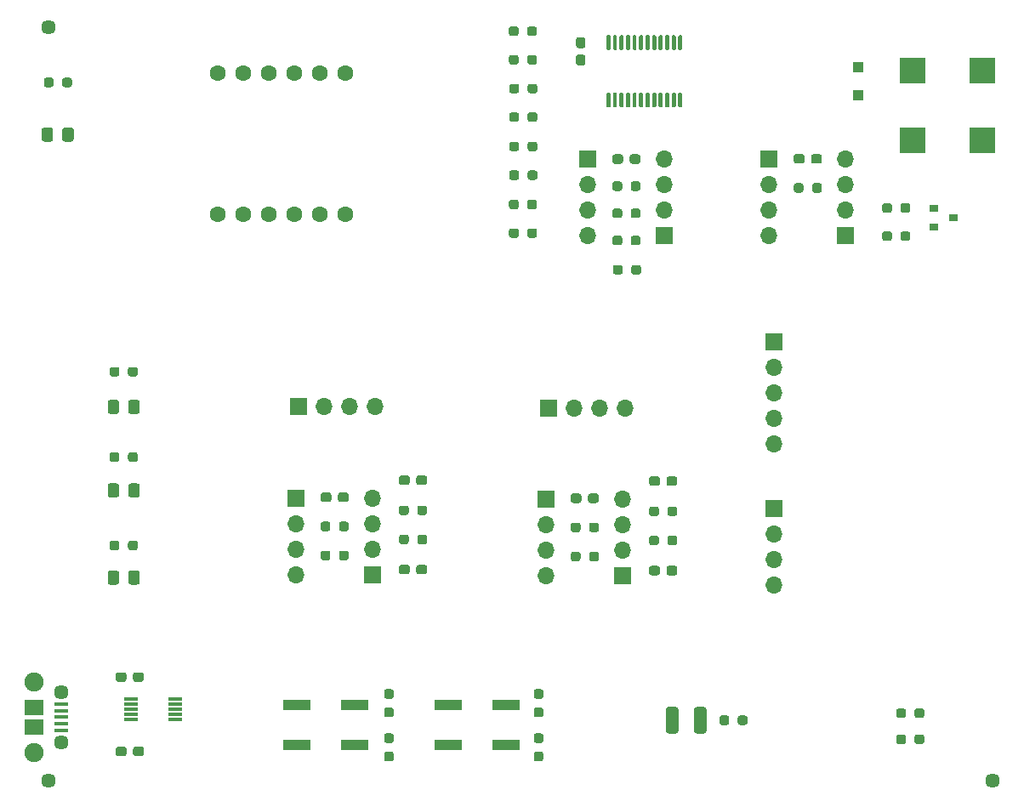
<source format=gbr>
%TF.GenerationSoftware,KiCad,Pcbnew,(5.1.9-0-10_14)*%
%TF.CreationDate,2021-03-10T21:41:09+01:00*%
%TF.ProjectId,MC5000_Board,4d433530-3030-45f4-926f-6172642e6b69,rev?*%
%TF.SameCoordinates,Original*%
%TF.FileFunction,Soldermask,Top*%
%TF.FilePolarity,Negative*%
%FSLAX46Y46*%
G04 Gerber Fmt 4.6, Leading zero omitted, Abs format (unit mm)*
G04 Created by KiCad (PCBNEW (5.1.9-0-10_14)) date 2021-03-10 21:41:09*
%MOMM*%
%LPD*%
G01*
G04 APERTURE LIST*
%ADD10R,0.900000X0.800000*%
%ADD11C,1.448000*%
%ADD12R,1.400000X0.300000*%
%ADD13C,1.600000*%
%ADD14O,1.700000X1.700000*%
%ADD15R,1.700000X1.700000*%
%ADD16R,2.800000X1.000000*%
%ADD17R,1.100000X1.100000*%
%ADD18R,2.500000X2.500000*%
%ADD19C,1.900000*%
%ADD20R,1.900000X1.500000*%
%ADD21C,1.450000*%
%ADD22R,1.350000X0.400000*%
G04 APERTURE END LIST*
D10*
%TO.C,Q1*%
X143130000Y-61950000D03*
X141130000Y-62900000D03*
X141130000Y-61000000D03*
%TD*%
D11*
%TO.C,REF\u002A\u002A*%
X53000000Y-43000000D03*
%TD*%
%TO.C,REF\u002A\u002A*%
X147000000Y-118000000D03*
%TD*%
%TO.C,REF\u002A\u002A*%
X53000000Y-118000000D03*
%TD*%
D12*
%TO.C,U5*%
X61200000Y-111900000D03*
X61200000Y-111400000D03*
X61200000Y-110900000D03*
X61200000Y-110400000D03*
X61200000Y-109900000D03*
X65600000Y-109900000D03*
X65600000Y-110400000D03*
X65600000Y-110900000D03*
X65600000Y-111400000D03*
X65600000Y-111900000D03*
%TD*%
D13*
%TO.C,DS1*%
X82600000Y-61600000D03*
X80060000Y-61600000D03*
X77520000Y-61600000D03*
X74980000Y-61600000D03*
X72440000Y-61600000D03*
X69900000Y-61600000D03*
X82600000Y-47600000D03*
X80060000Y-47600000D03*
X77520000Y-47600000D03*
X74980000Y-47600000D03*
X72440000Y-47600000D03*
X69900000Y-47600000D03*
%TD*%
%TO.C,R27*%
G36*
G01*
X111025000Y-67387500D02*
X111025000Y-66912500D01*
G75*
G02*
X111262500Y-66675000I237500J0D01*
G01*
X111762500Y-66675000D01*
G75*
G02*
X112000000Y-66912500I0J-237500D01*
G01*
X112000000Y-67387500D01*
G75*
G02*
X111762500Y-67625000I-237500J0D01*
G01*
X111262500Y-67625000D01*
G75*
G02*
X111025000Y-67387500I0J237500D01*
G01*
G37*
G36*
G01*
X109200000Y-67387500D02*
X109200000Y-66912500D01*
G75*
G02*
X109437500Y-66675000I237500J0D01*
G01*
X109937500Y-66675000D01*
G75*
G02*
X110175000Y-66912500I0J-237500D01*
G01*
X110175000Y-67387500D01*
G75*
G02*
X109937500Y-67625000I-237500J0D01*
G01*
X109437500Y-67625000D01*
G75*
G02*
X109200000Y-67387500I0J237500D01*
G01*
G37*
%TD*%
%TO.C,R12*%
G36*
G01*
X129025000Y-59237500D02*
X129025000Y-58762500D01*
G75*
G02*
X129262500Y-58525000I237500J0D01*
G01*
X129762500Y-58525000D01*
G75*
G02*
X130000000Y-58762500I0J-237500D01*
G01*
X130000000Y-59237500D01*
G75*
G02*
X129762500Y-59475000I-237500J0D01*
G01*
X129262500Y-59475000D01*
G75*
G02*
X129025000Y-59237500I0J237500D01*
G01*
G37*
G36*
G01*
X127200000Y-59237500D02*
X127200000Y-58762500D01*
G75*
G02*
X127437500Y-58525000I237500J0D01*
G01*
X127937500Y-58525000D01*
G75*
G02*
X128175000Y-58762500I0J-237500D01*
G01*
X128175000Y-59237500D01*
G75*
G02*
X127937500Y-59475000I-237500J0D01*
G01*
X127437500Y-59475000D01*
G75*
G02*
X127200000Y-59237500I0J237500D01*
G01*
G37*
%TD*%
D14*
%TO.C,J25*%
X125200000Y-84460000D03*
X125200000Y-81920000D03*
X125200000Y-79380000D03*
X125200000Y-76840000D03*
D15*
X125200000Y-74300000D03*
%TD*%
D14*
%TO.C,J24*%
X125250000Y-98520000D03*
X125250000Y-95980000D03*
X125250000Y-93440000D03*
D15*
X125250000Y-90900000D03*
%TD*%
%TO.C,R26*%
G36*
G01*
X120775000Y-111762500D02*
X120775000Y-112237500D01*
G75*
G02*
X120537500Y-112475000I-237500J0D01*
G01*
X120037500Y-112475000D01*
G75*
G02*
X119800000Y-112237500I0J237500D01*
G01*
X119800000Y-111762500D01*
G75*
G02*
X120037500Y-111525000I237500J0D01*
G01*
X120537500Y-111525000D01*
G75*
G02*
X120775000Y-111762500I0J-237500D01*
G01*
G37*
G36*
G01*
X122600000Y-111762500D02*
X122600000Y-112237500D01*
G75*
G02*
X122362500Y-112475000I-237500J0D01*
G01*
X121862500Y-112475000D01*
G75*
G02*
X121625000Y-112237500I0J237500D01*
G01*
X121625000Y-111762500D01*
G75*
G02*
X121862500Y-111525000I237500J0D01*
G01*
X122362500Y-111525000D01*
G75*
G02*
X122600000Y-111762500I0J-237500D01*
G01*
G37*
%TD*%
%TO.C,R24*%
G36*
G01*
X139225000Y-114137500D02*
X139225000Y-113662500D01*
G75*
G02*
X139462500Y-113425000I237500J0D01*
G01*
X139962500Y-113425000D01*
G75*
G02*
X140200000Y-113662500I0J-237500D01*
G01*
X140200000Y-114137500D01*
G75*
G02*
X139962500Y-114375000I-237500J0D01*
G01*
X139462500Y-114375000D01*
G75*
G02*
X139225000Y-114137500I0J237500D01*
G01*
G37*
G36*
G01*
X137400000Y-114137500D02*
X137400000Y-113662500D01*
G75*
G02*
X137637500Y-113425000I237500J0D01*
G01*
X138137500Y-113425000D01*
G75*
G02*
X138375000Y-113662500I0J-237500D01*
G01*
X138375000Y-114137500D01*
G75*
G02*
X138137500Y-114375000I-237500J0D01*
G01*
X137637500Y-114375000D01*
G75*
G02*
X137400000Y-114137500I0J237500D01*
G01*
G37*
%TD*%
%TO.C,R23*%
G36*
G01*
X138375000Y-111062500D02*
X138375000Y-111537500D01*
G75*
G02*
X138137500Y-111775000I-237500J0D01*
G01*
X137637500Y-111775000D01*
G75*
G02*
X137400000Y-111537500I0J237500D01*
G01*
X137400000Y-111062500D01*
G75*
G02*
X137637500Y-110825000I237500J0D01*
G01*
X138137500Y-110825000D01*
G75*
G02*
X138375000Y-111062500I0J-237500D01*
G01*
G37*
G36*
G01*
X140200000Y-111062500D02*
X140200000Y-111537500D01*
G75*
G02*
X139962500Y-111775000I-237500J0D01*
G01*
X139462500Y-111775000D01*
G75*
G02*
X139225000Y-111537500I0J237500D01*
G01*
X139225000Y-111062500D01*
G75*
G02*
X139462500Y-110825000I237500J0D01*
G01*
X139962500Y-110825000D01*
G75*
G02*
X140200000Y-111062500I0J-237500D01*
G01*
G37*
%TD*%
%TO.C,D6*%
G36*
G01*
X115725000Y-110925000D02*
X115725000Y-113075000D01*
G75*
G02*
X115475000Y-113325000I-250000J0D01*
G01*
X114725000Y-113325000D01*
G75*
G02*
X114475000Y-113075000I0J250000D01*
G01*
X114475000Y-110925000D01*
G75*
G02*
X114725000Y-110675000I250000J0D01*
G01*
X115475000Y-110675000D01*
G75*
G02*
X115725000Y-110925000I0J-250000D01*
G01*
G37*
G36*
G01*
X118525000Y-110925000D02*
X118525000Y-113075000D01*
G75*
G02*
X118275000Y-113325000I-250000J0D01*
G01*
X117525000Y-113325000D01*
G75*
G02*
X117275000Y-113075000I0J250000D01*
G01*
X117275000Y-110925000D01*
G75*
G02*
X117525000Y-110675000I250000J0D01*
G01*
X118275000Y-110675000D01*
G75*
G02*
X118525000Y-110925000I0J-250000D01*
G01*
G37*
%TD*%
%TO.C,R31*%
G36*
G01*
X60925000Y-94837500D02*
X60925000Y-94362500D01*
G75*
G02*
X61162500Y-94125000I237500J0D01*
G01*
X61662500Y-94125000D01*
G75*
G02*
X61900000Y-94362500I0J-237500D01*
G01*
X61900000Y-94837500D01*
G75*
G02*
X61662500Y-95075000I-237500J0D01*
G01*
X61162500Y-95075000D01*
G75*
G02*
X60925000Y-94837500I0J237500D01*
G01*
G37*
G36*
G01*
X59100000Y-94837500D02*
X59100000Y-94362500D01*
G75*
G02*
X59337500Y-94125000I237500J0D01*
G01*
X59837500Y-94125000D01*
G75*
G02*
X60075000Y-94362500I0J-237500D01*
G01*
X60075000Y-94837500D01*
G75*
G02*
X59837500Y-95075000I-237500J0D01*
G01*
X59337500Y-95075000D01*
G75*
G02*
X59100000Y-94837500I0J237500D01*
G01*
G37*
%TD*%
%TO.C,R28*%
G36*
G01*
X60925000Y-86037500D02*
X60925000Y-85562500D01*
G75*
G02*
X61162500Y-85325000I237500J0D01*
G01*
X61662500Y-85325000D01*
G75*
G02*
X61900000Y-85562500I0J-237500D01*
G01*
X61900000Y-86037500D01*
G75*
G02*
X61662500Y-86275000I-237500J0D01*
G01*
X61162500Y-86275000D01*
G75*
G02*
X60925000Y-86037500I0J237500D01*
G01*
G37*
G36*
G01*
X59100000Y-86037500D02*
X59100000Y-85562500D01*
G75*
G02*
X59337500Y-85325000I237500J0D01*
G01*
X59837500Y-85325000D01*
G75*
G02*
X60075000Y-85562500I0J-237500D01*
G01*
X60075000Y-86037500D01*
G75*
G02*
X59837500Y-86275000I-237500J0D01*
G01*
X59337500Y-86275000D01*
G75*
G02*
X59100000Y-86037500I0J237500D01*
G01*
G37*
%TD*%
%TO.C,R25*%
G36*
G01*
X60925000Y-77537500D02*
X60925000Y-77062500D01*
G75*
G02*
X61162500Y-76825000I237500J0D01*
G01*
X61662500Y-76825000D01*
G75*
G02*
X61900000Y-77062500I0J-237500D01*
G01*
X61900000Y-77537500D01*
G75*
G02*
X61662500Y-77775000I-237500J0D01*
G01*
X61162500Y-77775000D01*
G75*
G02*
X60925000Y-77537500I0J237500D01*
G01*
G37*
G36*
G01*
X59100000Y-77537500D02*
X59100000Y-77062500D01*
G75*
G02*
X59337500Y-76825000I237500J0D01*
G01*
X59837500Y-76825000D01*
G75*
G02*
X60075000Y-77062500I0J-237500D01*
G01*
X60075000Y-77537500D01*
G75*
G02*
X59837500Y-77775000I-237500J0D01*
G01*
X59337500Y-77775000D01*
G75*
G02*
X59100000Y-77537500I0J237500D01*
G01*
G37*
%TD*%
%TO.C,R22*%
G36*
G01*
X137825000Y-61237500D02*
X137825000Y-60762500D01*
G75*
G02*
X138062500Y-60525000I237500J0D01*
G01*
X138562500Y-60525000D01*
G75*
G02*
X138800000Y-60762500I0J-237500D01*
G01*
X138800000Y-61237500D01*
G75*
G02*
X138562500Y-61475000I-237500J0D01*
G01*
X138062500Y-61475000D01*
G75*
G02*
X137825000Y-61237500I0J237500D01*
G01*
G37*
G36*
G01*
X136000000Y-61237500D02*
X136000000Y-60762500D01*
G75*
G02*
X136237500Y-60525000I237500J0D01*
G01*
X136737500Y-60525000D01*
G75*
G02*
X136975000Y-60762500I0J-237500D01*
G01*
X136975000Y-61237500D01*
G75*
G02*
X136737500Y-61475000I-237500J0D01*
G01*
X136237500Y-61475000D01*
G75*
G02*
X136000000Y-61237500I0J237500D01*
G01*
G37*
%TD*%
%TO.C,R21*%
G36*
G01*
X136975000Y-63562500D02*
X136975000Y-64037500D01*
G75*
G02*
X136737500Y-64275000I-237500J0D01*
G01*
X136237500Y-64275000D01*
G75*
G02*
X136000000Y-64037500I0J237500D01*
G01*
X136000000Y-63562500D01*
G75*
G02*
X136237500Y-63325000I237500J0D01*
G01*
X136737500Y-63325000D01*
G75*
G02*
X136975000Y-63562500I0J-237500D01*
G01*
G37*
G36*
G01*
X138800000Y-63562500D02*
X138800000Y-64037500D01*
G75*
G02*
X138562500Y-64275000I-237500J0D01*
G01*
X138062500Y-64275000D01*
G75*
G02*
X137825000Y-64037500I0J237500D01*
G01*
X137825000Y-63562500D01*
G75*
G02*
X138062500Y-63325000I237500J0D01*
G01*
X138562500Y-63325000D01*
G75*
G02*
X138800000Y-63562500I0J-237500D01*
G01*
G37*
%TD*%
D16*
%TO.C,SW2*%
X98600000Y-114500000D03*
X92800000Y-114500000D03*
X98600000Y-110500000D03*
X92800000Y-110500000D03*
%TD*%
%TO.C,R35*%
G36*
G01*
X101562500Y-110725000D02*
X102037500Y-110725000D01*
G75*
G02*
X102275000Y-110962500I0J-237500D01*
G01*
X102275000Y-111462500D01*
G75*
G02*
X102037500Y-111700000I-237500J0D01*
G01*
X101562500Y-111700000D01*
G75*
G02*
X101325000Y-111462500I0J237500D01*
G01*
X101325000Y-110962500D01*
G75*
G02*
X101562500Y-110725000I237500J0D01*
G01*
G37*
G36*
G01*
X101562500Y-108900000D02*
X102037500Y-108900000D01*
G75*
G02*
X102275000Y-109137500I0J-237500D01*
G01*
X102275000Y-109637500D01*
G75*
G02*
X102037500Y-109875000I-237500J0D01*
G01*
X101562500Y-109875000D01*
G75*
G02*
X101325000Y-109637500I0J237500D01*
G01*
X101325000Y-109137500D01*
G75*
G02*
X101562500Y-108900000I237500J0D01*
G01*
G37*
%TD*%
%TO.C,R34*%
G36*
G01*
X102037500Y-114275000D02*
X101562500Y-114275000D01*
G75*
G02*
X101325000Y-114037500I0J237500D01*
G01*
X101325000Y-113537500D01*
G75*
G02*
X101562500Y-113300000I237500J0D01*
G01*
X102037500Y-113300000D01*
G75*
G02*
X102275000Y-113537500I0J-237500D01*
G01*
X102275000Y-114037500D01*
G75*
G02*
X102037500Y-114275000I-237500J0D01*
G01*
G37*
G36*
G01*
X102037500Y-116100000D02*
X101562500Y-116100000D01*
G75*
G02*
X101325000Y-115862500I0J237500D01*
G01*
X101325000Y-115362500D01*
G75*
G02*
X101562500Y-115125000I237500J0D01*
G01*
X102037500Y-115125000D01*
G75*
G02*
X102275000Y-115362500I0J-237500D01*
G01*
X102275000Y-115862500D01*
G75*
G02*
X102037500Y-116100000I-237500J0D01*
G01*
G37*
%TD*%
%TO.C,R33*%
G36*
G01*
X86662500Y-110725000D02*
X87137500Y-110725000D01*
G75*
G02*
X87375000Y-110962500I0J-237500D01*
G01*
X87375000Y-111462500D01*
G75*
G02*
X87137500Y-111700000I-237500J0D01*
G01*
X86662500Y-111700000D01*
G75*
G02*
X86425000Y-111462500I0J237500D01*
G01*
X86425000Y-110962500D01*
G75*
G02*
X86662500Y-110725000I237500J0D01*
G01*
G37*
G36*
G01*
X86662500Y-108900000D02*
X87137500Y-108900000D01*
G75*
G02*
X87375000Y-109137500I0J-237500D01*
G01*
X87375000Y-109637500D01*
G75*
G02*
X87137500Y-109875000I-237500J0D01*
G01*
X86662500Y-109875000D01*
G75*
G02*
X86425000Y-109637500I0J237500D01*
G01*
X86425000Y-109137500D01*
G75*
G02*
X86662500Y-108900000I237500J0D01*
G01*
G37*
%TD*%
%TO.C,R32*%
G36*
G01*
X87137500Y-114275000D02*
X86662500Y-114275000D01*
G75*
G02*
X86425000Y-114037500I0J237500D01*
G01*
X86425000Y-113537500D01*
G75*
G02*
X86662500Y-113300000I237500J0D01*
G01*
X87137500Y-113300000D01*
G75*
G02*
X87375000Y-113537500I0J-237500D01*
G01*
X87375000Y-114037500D01*
G75*
G02*
X87137500Y-114275000I-237500J0D01*
G01*
G37*
G36*
G01*
X87137500Y-116100000D02*
X86662500Y-116100000D01*
G75*
G02*
X86425000Y-115862500I0J237500D01*
G01*
X86425000Y-115362500D01*
G75*
G02*
X86662500Y-115125000I237500J0D01*
G01*
X87137500Y-115125000D01*
G75*
G02*
X87375000Y-115362500I0J-237500D01*
G01*
X87375000Y-115862500D01*
G75*
G02*
X87137500Y-116100000I-237500J0D01*
G01*
G37*
%TD*%
%TO.C,SW1*%
X83500000Y-114500000D03*
X77700000Y-114500000D03*
X83500000Y-110500000D03*
X77700000Y-110500000D03*
%TD*%
D17*
%TO.C,D2*%
X133600000Y-49800000D03*
X133600000Y-47000000D03*
%TD*%
%TO.C,D5*%
G36*
G01*
X60950000Y-98250001D02*
X60950000Y-97349999D01*
G75*
G02*
X61199999Y-97100000I249999J0D01*
G01*
X61850001Y-97100000D01*
G75*
G02*
X62100000Y-97349999I0J-249999D01*
G01*
X62100000Y-98250001D01*
G75*
G02*
X61850001Y-98500000I-249999J0D01*
G01*
X61199999Y-98500000D01*
G75*
G02*
X60950000Y-98250001I0J249999D01*
G01*
G37*
G36*
G01*
X58900000Y-98250001D02*
X58900000Y-97349999D01*
G75*
G02*
X59149999Y-97100000I249999J0D01*
G01*
X59800001Y-97100000D01*
G75*
G02*
X60050000Y-97349999I0J-249999D01*
G01*
X60050000Y-98250001D01*
G75*
G02*
X59800001Y-98500000I-249999J0D01*
G01*
X59149999Y-98500000D01*
G75*
G02*
X58900000Y-98250001I0J249999D01*
G01*
G37*
%TD*%
%TO.C,D4*%
G36*
G01*
X60950000Y-89570001D02*
X60950000Y-88669999D01*
G75*
G02*
X61199999Y-88420000I249999J0D01*
G01*
X61850001Y-88420000D01*
G75*
G02*
X62100000Y-88669999I0J-249999D01*
G01*
X62100000Y-89570001D01*
G75*
G02*
X61850001Y-89820000I-249999J0D01*
G01*
X61199999Y-89820000D01*
G75*
G02*
X60950000Y-89570001I0J249999D01*
G01*
G37*
G36*
G01*
X58900000Y-89570001D02*
X58900000Y-88669999D01*
G75*
G02*
X59149999Y-88420000I249999J0D01*
G01*
X59800001Y-88420000D01*
G75*
G02*
X60050000Y-88669999I0J-249999D01*
G01*
X60050000Y-89570001D01*
G75*
G02*
X59800001Y-89820000I-249999J0D01*
G01*
X59149999Y-89820000D01*
G75*
G02*
X58900000Y-89570001I0J249999D01*
G01*
G37*
%TD*%
%TO.C,D3*%
G36*
G01*
X60950000Y-81250001D02*
X60950000Y-80349999D01*
G75*
G02*
X61199999Y-80100000I249999J0D01*
G01*
X61850001Y-80100000D01*
G75*
G02*
X62100000Y-80349999I0J-249999D01*
G01*
X62100000Y-81250001D01*
G75*
G02*
X61850001Y-81500000I-249999J0D01*
G01*
X61199999Y-81500000D01*
G75*
G02*
X60950000Y-81250001I0J249999D01*
G01*
G37*
G36*
G01*
X58900000Y-81250001D02*
X58900000Y-80349999D01*
G75*
G02*
X59149999Y-80100000I249999J0D01*
G01*
X59800001Y-80100000D01*
G75*
G02*
X60050000Y-80349999I0J-249999D01*
G01*
X60050000Y-81250001D01*
G75*
G02*
X59800001Y-81500000I-249999J0D01*
G01*
X59149999Y-81500000D01*
G75*
G02*
X58900000Y-81250001I0J249999D01*
G01*
G37*
%TD*%
D14*
%TO.C,J23*%
X132310000Y-56160000D03*
X132310000Y-58700000D03*
X132310000Y-61240000D03*
D15*
X132310000Y-63780000D03*
%TD*%
D14*
%TO.C,J22*%
X124700000Y-63780000D03*
X124700000Y-61240000D03*
X124700000Y-58700000D03*
D15*
X124700000Y-56160000D03*
%TD*%
%TO.C,C11*%
G36*
G01*
X128275000Y-55862500D02*
X128275000Y-56337500D01*
G75*
G02*
X128037500Y-56575000I-237500J0D01*
G01*
X127437500Y-56575000D01*
G75*
G02*
X127200000Y-56337500I0J237500D01*
G01*
X127200000Y-55862500D01*
G75*
G02*
X127437500Y-55625000I237500J0D01*
G01*
X128037500Y-55625000D01*
G75*
G02*
X128275000Y-55862500I0J-237500D01*
G01*
G37*
G36*
G01*
X130000000Y-55862500D02*
X130000000Y-56337500D01*
G75*
G02*
X129762500Y-56575000I-237500J0D01*
G01*
X129162500Y-56575000D01*
G75*
G02*
X128925000Y-56337500I0J237500D01*
G01*
X128925000Y-55862500D01*
G75*
G02*
X129162500Y-55625000I237500J0D01*
G01*
X129762500Y-55625000D01*
G75*
G02*
X130000000Y-55862500I0J-237500D01*
G01*
G37*
%TD*%
D18*
%TO.C,BZ1*%
X139000000Y-47300000D03*
X139000000Y-54300000D03*
X146000000Y-54300000D03*
X146000000Y-47300000D03*
%TD*%
%TO.C,R20*%
G36*
G01*
X113775000Y-93862500D02*
X113775000Y-94337500D01*
G75*
G02*
X113537500Y-94575000I-237500J0D01*
G01*
X113037500Y-94575000D01*
G75*
G02*
X112800000Y-94337500I0J237500D01*
G01*
X112800000Y-93862500D01*
G75*
G02*
X113037500Y-93625000I237500J0D01*
G01*
X113537500Y-93625000D01*
G75*
G02*
X113775000Y-93862500I0J-237500D01*
G01*
G37*
G36*
G01*
X115600000Y-93862500D02*
X115600000Y-94337500D01*
G75*
G02*
X115362500Y-94575000I-237500J0D01*
G01*
X114862500Y-94575000D01*
G75*
G02*
X114625000Y-94337500I0J237500D01*
G01*
X114625000Y-93862500D01*
G75*
G02*
X114862500Y-93625000I237500J0D01*
G01*
X115362500Y-93625000D01*
G75*
G02*
X115600000Y-93862500I0J-237500D01*
G01*
G37*
%TD*%
%TO.C,R19*%
G36*
G01*
X114625000Y-91437500D02*
X114625000Y-90962500D01*
G75*
G02*
X114862500Y-90725000I237500J0D01*
G01*
X115362500Y-90725000D01*
G75*
G02*
X115600000Y-90962500I0J-237500D01*
G01*
X115600000Y-91437500D01*
G75*
G02*
X115362500Y-91675000I-237500J0D01*
G01*
X114862500Y-91675000D01*
G75*
G02*
X114625000Y-91437500I0J237500D01*
G01*
G37*
G36*
G01*
X112800000Y-91437500D02*
X112800000Y-90962500D01*
G75*
G02*
X113037500Y-90725000I237500J0D01*
G01*
X113537500Y-90725000D01*
G75*
G02*
X113775000Y-90962500I0J-237500D01*
G01*
X113775000Y-91437500D01*
G75*
G02*
X113537500Y-91675000I-237500J0D01*
G01*
X113037500Y-91675000D01*
G75*
G02*
X112800000Y-91437500I0J237500D01*
G01*
G37*
%TD*%
%TO.C,R18*%
G36*
G01*
X105975000Y-92562500D02*
X105975000Y-93037500D01*
G75*
G02*
X105737500Y-93275000I-237500J0D01*
G01*
X105237500Y-93275000D01*
G75*
G02*
X105000000Y-93037500I0J237500D01*
G01*
X105000000Y-92562500D01*
G75*
G02*
X105237500Y-92325000I237500J0D01*
G01*
X105737500Y-92325000D01*
G75*
G02*
X105975000Y-92562500I0J-237500D01*
G01*
G37*
G36*
G01*
X107800000Y-92562500D02*
X107800000Y-93037500D01*
G75*
G02*
X107562500Y-93275000I-237500J0D01*
G01*
X107062500Y-93275000D01*
G75*
G02*
X106825000Y-93037500I0J237500D01*
G01*
X106825000Y-92562500D01*
G75*
G02*
X107062500Y-92325000I237500J0D01*
G01*
X107562500Y-92325000D01*
G75*
G02*
X107800000Y-92562500I0J-237500D01*
G01*
G37*
%TD*%
%TO.C,R17*%
G36*
G01*
X106825000Y-95937500D02*
X106825000Y-95462500D01*
G75*
G02*
X107062500Y-95225000I237500J0D01*
G01*
X107562500Y-95225000D01*
G75*
G02*
X107800000Y-95462500I0J-237500D01*
G01*
X107800000Y-95937500D01*
G75*
G02*
X107562500Y-96175000I-237500J0D01*
G01*
X107062500Y-96175000D01*
G75*
G02*
X106825000Y-95937500I0J237500D01*
G01*
G37*
G36*
G01*
X105000000Y-95937500D02*
X105000000Y-95462500D01*
G75*
G02*
X105237500Y-95225000I237500J0D01*
G01*
X105737500Y-95225000D01*
G75*
G02*
X105975000Y-95462500I0J-237500D01*
G01*
X105975000Y-95937500D01*
G75*
G02*
X105737500Y-96175000I-237500J0D01*
G01*
X105237500Y-96175000D01*
G75*
G02*
X105000000Y-95937500I0J237500D01*
G01*
G37*
%TD*%
D14*
%TO.C,J21*%
X110200000Y-89980000D03*
X110200000Y-92520000D03*
X110200000Y-95060000D03*
D15*
X110200000Y-97600000D03*
%TD*%
D14*
%TO.C,J20*%
X110420000Y-80900000D03*
X107880000Y-80900000D03*
X105340000Y-80900000D03*
D15*
X102800000Y-80900000D03*
%TD*%
D14*
%TO.C,J19*%
X102550000Y-97590000D03*
X102550000Y-95050000D03*
X102550000Y-92510000D03*
D15*
X102550000Y-89970000D03*
%TD*%
%TO.C,C10*%
G36*
G01*
X114525000Y-97337500D02*
X114525000Y-96862500D01*
G75*
G02*
X114762500Y-96625000I237500J0D01*
G01*
X115362500Y-96625000D01*
G75*
G02*
X115600000Y-96862500I0J-237500D01*
G01*
X115600000Y-97337500D01*
G75*
G02*
X115362500Y-97575000I-237500J0D01*
G01*
X114762500Y-97575000D01*
G75*
G02*
X114525000Y-97337500I0J237500D01*
G01*
G37*
G36*
G01*
X112800000Y-97337500D02*
X112800000Y-96862500D01*
G75*
G02*
X113037500Y-96625000I237500J0D01*
G01*
X113637500Y-96625000D01*
G75*
G02*
X113875000Y-96862500I0J-237500D01*
G01*
X113875000Y-97337500D01*
G75*
G02*
X113637500Y-97575000I-237500J0D01*
G01*
X113037500Y-97575000D01*
G75*
G02*
X112800000Y-97337500I0J237500D01*
G01*
G37*
%TD*%
%TO.C,C9*%
G36*
G01*
X114525000Y-88437500D02*
X114525000Y-87962500D01*
G75*
G02*
X114762500Y-87725000I237500J0D01*
G01*
X115362500Y-87725000D01*
G75*
G02*
X115600000Y-87962500I0J-237500D01*
G01*
X115600000Y-88437500D01*
G75*
G02*
X115362500Y-88675000I-237500J0D01*
G01*
X114762500Y-88675000D01*
G75*
G02*
X114525000Y-88437500I0J237500D01*
G01*
G37*
G36*
G01*
X112800000Y-88437500D02*
X112800000Y-87962500D01*
G75*
G02*
X113037500Y-87725000I237500J0D01*
G01*
X113637500Y-87725000D01*
G75*
G02*
X113875000Y-87962500I0J-237500D01*
G01*
X113875000Y-88437500D01*
G75*
G02*
X113637500Y-88675000I-237500J0D01*
G01*
X113037500Y-88675000D01*
G75*
G02*
X112800000Y-88437500I0J237500D01*
G01*
G37*
%TD*%
%TO.C,C8*%
G36*
G01*
X106075000Y-89662500D02*
X106075000Y-90137500D01*
G75*
G02*
X105837500Y-90375000I-237500J0D01*
G01*
X105237500Y-90375000D01*
G75*
G02*
X105000000Y-90137500I0J237500D01*
G01*
X105000000Y-89662500D01*
G75*
G02*
X105237500Y-89425000I237500J0D01*
G01*
X105837500Y-89425000D01*
G75*
G02*
X106075000Y-89662500I0J-237500D01*
G01*
G37*
G36*
G01*
X107800000Y-89662500D02*
X107800000Y-90137500D01*
G75*
G02*
X107562500Y-90375000I-237500J0D01*
G01*
X106962500Y-90375000D01*
G75*
G02*
X106725000Y-90137500I0J237500D01*
G01*
X106725000Y-89662500D01*
G75*
G02*
X106962500Y-89425000I237500J0D01*
G01*
X107562500Y-89425000D01*
G75*
G02*
X107800000Y-89662500I0J-237500D01*
G01*
G37*
%TD*%
%TO.C,R16*%
G36*
G01*
X88875000Y-93762500D02*
X88875000Y-94237500D01*
G75*
G02*
X88637500Y-94475000I-237500J0D01*
G01*
X88137500Y-94475000D01*
G75*
G02*
X87900000Y-94237500I0J237500D01*
G01*
X87900000Y-93762500D01*
G75*
G02*
X88137500Y-93525000I237500J0D01*
G01*
X88637500Y-93525000D01*
G75*
G02*
X88875000Y-93762500I0J-237500D01*
G01*
G37*
G36*
G01*
X90700000Y-93762500D02*
X90700000Y-94237500D01*
G75*
G02*
X90462500Y-94475000I-237500J0D01*
G01*
X89962500Y-94475000D01*
G75*
G02*
X89725000Y-94237500I0J237500D01*
G01*
X89725000Y-93762500D01*
G75*
G02*
X89962500Y-93525000I237500J0D01*
G01*
X90462500Y-93525000D01*
G75*
G02*
X90700000Y-93762500I0J-237500D01*
G01*
G37*
%TD*%
%TO.C,R15*%
G36*
G01*
X89725000Y-91337500D02*
X89725000Y-90862500D01*
G75*
G02*
X89962500Y-90625000I237500J0D01*
G01*
X90462500Y-90625000D01*
G75*
G02*
X90700000Y-90862500I0J-237500D01*
G01*
X90700000Y-91337500D01*
G75*
G02*
X90462500Y-91575000I-237500J0D01*
G01*
X89962500Y-91575000D01*
G75*
G02*
X89725000Y-91337500I0J237500D01*
G01*
G37*
G36*
G01*
X87900000Y-91337500D02*
X87900000Y-90862500D01*
G75*
G02*
X88137500Y-90625000I237500J0D01*
G01*
X88637500Y-90625000D01*
G75*
G02*
X88875000Y-90862500I0J-237500D01*
G01*
X88875000Y-91337500D01*
G75*
G02*
X88637500Y-91575000I-237500J0D01*
G01*
X88137500Y-91575000D01*
G75*
G02*
X87900000Y-91337500I0J237500D01*
G01*
G37*
%TD*%
%TO.C,R14*%
G36*
G01*
X81075000Y-92462500D02*
X81075000Y-92937500D01*
G75*
G02*
X80837500Y-93175000I-237500J0D01*
G01*
X80337500Y-93175000D01*
G75*
G02*
X80100000Y-92937500I0J237500D01*
G01*
X80100000Y-92462500D01*
G75*
G02*
X80337500Y-92225000I237500J0D01*
G01*
X80837500Y-92225000D01*
G75*
G02*
X81075000Y-92462500I0J-237500D01*
G01*
G37*
G36*
G01*
X82900000Y-92462500D02*
X82900000Y-92937500D01*
G75*
G02*
X82662500Y-93175000I-237500J0D01*
G01*
X82162500Y-93175000D01*
G75*
G02*
X81925000Y-92937500I0J237500D01*
G01*
X81925000Y-92462500D01*
G75*
G02*
X82162500Y-92225000I237500J0D01*
G01*
X82662500Y-92225000D01*
G75*
G02*
X82900000Y-92462500I0J-237500D01*
G01*
G37*
%TD*%
%TO.C,R13*%
G36*
G01*
X81925000Y-95837500D02*
X81925000Y-95362500D01*
G75*
G02*
X82162500Y-95125000I237500J0D01*
G01*
X82662500Y-95125000D01*
G75*
G02*
X82900000Y-95362500I0J-237500D01*
G01*
X82900000Y-95837500D01*
G75*
G02*
X82662500Y-96075000I-237500J0D01*
G01*
X82162500Y-96075000D01*
G75*
G02*
X81925000Y-95837500I0J237500D01*
G01*
G37*
G36*
G01*
X80100000Y-95837500D02*
X80100000Y-95362500D01*
G75*
G02*
X80337500Y-95125000I237500J0D01*
G01*
X80837500Y-95125000D01*
G75*
G02*
X81075000Y-95362500I0J-237500D01*
G01*
X81075000Y-95837500D01*
G75*
G02*
X80837500Y-96075000I-237500J0D01*
G01*
X80337500Y-96075000D01*
G75*
G02*
X80100000Y-95837500I0J237500D01*
G01*
G37*
%TD*%
D14*
%TO.C,J18*%
X85300000Y-89880000D03*
X85300000Y-92420000D03*
X85300000Y-94960000D03*
D15*
X85300000Y-97500000D03*
%TD*%
D14*
%TO.C,J17*%
X85520000Y-80800000D03*
X82980000Y-80800000D03*
X80440000Y-80800000D03*
D15*
X77900000Y-80800000D03*
%TD*%
D14*
%TO.C,J16*%
X77650000Y-97490000D03*
X77650000Y-94950000D03*
X77650000Y-92410000D03*
D15*
X77650000Y-89870000D03*
%TD*%
%TO.C,C7*%
G36*
G01*
X89625000Y-97237500D02*
X89625000Y-96762500D01*
G75*
G02*
X89862500Y-96525000I237500J0D01*
G01*
X90462500Y-96525000D01*
G75*
G02*
X90700000Y-96762500I0J-237500D01*
G01*
X90700000Y-97237500D01*
G75*
G02*
X90462500Y-97475000I-237500J0D01*
G01*
X89862500Y-97475000D01*
G75*
G02*
X89625000Y-97237500I0J237500D01*
G01*
G37*
G36*
G01*
X87900000Y-97237500D02*
X87900000Y-96762500D01*
G75*
G02*
X88137500Y-96525000I237500J0D01*
G01*
X88737500Y-96525000D01*
G75*
G02*
X88975000Y-96762500I0J-237500D01*
G01*
X88975000Y-97237500D01*
G75*
G02*
X88737500Y-97475000I-237500J0D01*
G01*
X88137500Y-97475000D01*
G75*
G02*
X87900000Y-97237500I0J237500D01*
G01*
G37*
%TD*%
%TO.C,C6*%
G36*
G01*
X89625000Y-88337500D02*
X89625000Y-87862500D01*
G75*
G02*
X89862500Y-87625000I237500J0D01*
G01*
X90462500Y-87625000D01*
G75*
G02*
X90700000Y-87862500I0J-237500D01*
G01*
X90700000Y-88337500D01*
G75*
G02*
X90462500Y-88575000I-237500J0D01*
G01*
X89862500Y-88575000D01*
G75*
G02*
X89625000Y-88337500I0J237500D01*
G01*
G37*
G36*
G01*
X87900000Y-88337500D02*
X87900000Y-87862500D01*
G75*
G02*
X88137500Y-87625000I237500J0D01*
G01*
X88737500Y-87625000D01*
G75*
G02*
X88975000Y-87862500I0J-237500D01*
G01*
X88975000Y-88337500D01*
G75*
G02*
X88737500Y-88575000I-237500J0D01*
G01*
X88137500Y-88575000D01*
G75*
G02*
X87900000Y-88337500I0J237500D01*
G01*
G37*
%TD*%
%TO.C,C5*%
G36*
G01*
X81175000Y-89562500D02*
X81175000Y-90037500D01*
G75*
G02*
X80937500Y-90275000I-237500J0D01*
G01*
X80337500Y-90275000D01*
G75*
G02*
X80100000Y-90037500I0J237500D01*
G01*
X80100000Y-89562500D01*
G75*
G02*
X80337500Y-89325000I237500J0D01*
G01*
X80937500Y-89325000D01*
G75*
G02*
X81175000Y-89562500I0J-237500D01*
G01*
G37*
G36*
G01*
X82900000Y-89562500D02*
X82900000Y-90037500D01*
G75*
G02*
X82662500Y-90275000I-237500J0D01*
G01*
X82062500Y-90275000D01*
G75*
G02*
X81825000Y-90037500I0J237500D01*
G01*
X81825000Y-89562500D01*
G75*
G02*
X82062500Y-89325000I237500J0D01*
G01*
X82662500Y-89325000D01*
G75*
G02*
X82900000Y-89562500I0J-237500D01*
G01*
G37*
%TD*%
%TO.C,R12*%
G36*
G01*
X110117800Y-58592700D02*
X110117800Y-59067700D01*
G75*
G02*
X109880300Y-59305200I-237500J0D01*
G01*
X109380300Y-59305200D01*
G75*
G02*
X109142800Y-59067700I0J237500D01*
G01*
X109142800Y-58592700D01*
G75*
G02*
X109380300Y-58355200I237500J0D01*
G01*
X109880300Y-58355200D01*
G75*
G02*
X110117800Y-58592700I0J-237500D01*
G01*
G37*
G36*
G01*
X111942800Y-58592700D02*
X111942800Y-59067700D01*
G75*
G02*
X111705300Y-59305200I-237500J0D01*
G01*
X111205300Y-59305200D01*
G75*
G02*
X110967800Y-59067700I0J237500D01*
G01*
X110967800Y-58592700D01*
G75*
G02*
X111205300Y-58355200I237500J0D01*
G01*
X111705300Y-58355200D01*
G75*
G02*
X111942800Y-58592700I0J-237500D01*
G01*
G37*
%TD*%
%TO.C,R11*%
G36*
G01*
X110117800Y-61292700D02*
X110117800Y-61767700D01*
G75*
G02*
X109880300Y-62005200I-237500J0D01*
G01*
X109380300Y-62005200D01*
G75*
G02*
X109142800Y-61767700I0J237500D01*
G01*
X109142800Y-61292700D01*
G75*
G02*
X109380300Y-61055200I237500J0D01*
G01*
X109880300Y-61055200D01*
G75*
G02*
X110117800Y-61292700I0J-237500D01*
G01*
G37*
G36*
G01*
X111942800Y-61292700D02*
X111942800Y-61767700D01*
G75*
G02*
X111705300Y-62005200I-237500J0D01*
G01*
X111205300Y-62005200D01*
G75*
G02*
X110967800Y-61767700I0J237500D01*
G01*
X110967800Y-61292700D01*
G75*
G02*
X111205300Y-61055200I237500J0D01*
G01*
X111705300Y-61055200D01*
G75*
G02*
X111942800Y-61292700I0J-237500D01*
G01*
G37*
%TD*%
%TO.C,R10*%
G36*
G01*
X110967800Y-64467700D02*
X110967800Y-63992700D01*
G75*
G02*
X111205300Y-63755200I237500J0D01*
G01*
X111705300Y-63755200D01*
G75*
G02*
X111942800Y-63992700I0J-237500D01*
G01*
X111942800Y-64467700D01*
G75*
G02*
X111705300Y-64705200I-237500J0D01*
G01*
X111205300Y-64705200D01*
G75*
G02*
X110967800Y-64467700I0J237500D01*
G01*
G37*
G36*
G01*
X109142800Y-64467700D02*
X109142800Y-63992700D01*
G75*
G02*
X109380300Y-63755200I237500J0D01*
G01*
X109880300Y-63755200D01*
G75*
G02*
X110117800Y-63992700I0J-237500D01*
G01*
X110117800Y-64467700D01*
G75*
G02*
X109880300Y-64705200I-237500J0D01*
G01*
X109380300Y-64705200D01*
G75*
G02*
X109142800Y-64467700I0J237500D01*
G01*
G37*
%TD*%
D14*
%TO.C,J15*%
X114300000Y-56120000D03*
X114300000Y-58660000D03*
X114300000Y-61200000D03*
D15*
X114300000Y-63740000D03*
%TD*%
D14*
%TO.C,J14*%
X106680000Y-63740000D03*
X106680000Y-61200000D03*
X106680000Y-58660000D03*
D15*
X106680000Y-56120000D03*
%TD*%
%TO.C,C4*%
G36*
G01*
X110217800Y-55892700D02*
X110217800Y-56367700D01*
G75*
G02*
X109980300Y-56605200I-237500J0D01*
G01*
X109380300Y-56605200D01*
G75*
G02*
X109142800Y-56367700I0J237500D01*
G01*
X109142800Y-55892700D01*
G75*
G02*
X109380300Y-55655200I237500J0D01*
G01*
X109980300Y-55655200D01*
G75*
G02*
X110217800Y-55892700I0J-237500D01*
G01*
G37*
G36*
G01*
X111942800Y-55892700D02*
X111942800Y-56367700D01*
G75*
G02*
X111705300Y-56605200I-237500J0D01*
G01*
X111105300Y-56605200D01*
G75*
G02*
X110867800Y-56367700I0J237500D01*
G01*
X110867800Y-55892700D01*
G75*
G02*
X111105300Y-55655200I237500J0D01*
G01*
X111705300Y-55655200D01*
G75*
G02*
X111942800Y-55892700I0J-237500D01*
G01*
G37*
%TD*%
%TO.C,D1*%
G36*
G01*
X53474200Y-53237799D02*
X53474200Y-54137801D01*
G75*
G02*
X53224201Y-54387800I-249999J0D01*
G01*
X52574199Y-54387800D01*
G75*
G02*
X52324200Y-54137801I0J249999D01*
G01*
X52324200Y-53237799D01*
G75*
G02*
X52574199Y-52987800I249999J0D01*
G01*
X53224201Y-52987800D01*
G75*
G02*
X53474200Y-53237799I0J-249999D01*
G01*
G37*
G36*
G01*
X55524200Y-53237799D02*
X55524200Y-54137801D01*
G75*
G02*
X55274201Y-54387800I-249999J0D01*
G01*
X54624199Y-54387800D01*
G75*
G02*
X54374200Y-54137801I0J249999D01*
G01*
X54374200Y-53237799D01*
G75*
G02*
X54624199Y-52987800I249999J0D01*
G01*
X55274201Y-52987800D01*
G75*
G02*
X55524200Y-53237799I0J-249999D01*
G01*
G37*
%TD*%
%TO.C,R9*%
G36*
G01*
X54375000Y-48737500D02*
X54375000Y-48262500D01*
G75*
G02*
X54612500Y-48025000I237500J0D01*
G01*
X55112500Y-48025000D01*
G75*
G02*
X55350000Y-48262500I0J-237500D01*
G01*
X55350000Y-48737500D01*
G75*
G02*
X55112500Y-48975000I-237500J0D01*
G01*
X54612500Y-48975000D01*
G75*
G02*
X54375000Y-48737500I0J237500D01*
G01*
G37*
G36*
G01*
X52550000Y-48737500D02*
X52550000Y-48262500D01*
G75*
G02*
X52787500Y-48025000I237500J0D01*
G01*
X53287500Y-48025000D01*
G75*
G02*
X53525000Y-48262500I0J-237500D01*
G01*
X53525000Y-48737500D01*
G75*
G02*
X53287500Y-48975000I-237500J0D01*
G01*
X52787500Y-48975000D01*
G75*
G02*
X52550000Y-48737500I0J237500D01*
G01*
G37*
%TD*%
%TO.C,C3*%
G36*
G01*
X106237500Y-45075000D02*
X105762500Y-45075000D01*
G75*
G02*
X105525000Y-44837500I0J237500D01*
G01*
X105525000Y-44237500D01*
G75*
G02*
X105762500Y-44000000I237500J0D01*
G01*
X106237500Y-44000000D01*
G75*
G02*
X106475000Y-44237500I0J-237500D01*
G01*
X106475000Y-44837500D01*
G75*
G02*
X106237500Y-45075000I-237500J0D01*
G01*
G37*
G36*
G01*
X106237500Y-46800000D02*
X105762500Y-46800000D01*
G75*
G02*
X105525000Y-46562500I0J237500D01*
G01*
X105525000Y-45962500D01*
G75*
G02*
X105762500Y-45725000I237500J0D01*
G01*
X106237500Y-45725000D01*
G75*
G02*
X106475000Y-45962500I0J-237500D01*
G01*
X106475000Y-46562500D01*
G75*
G02*
X106237500Y-46800000I-237500J0D01*
G01*
G37*
%TD*%
D19*
%TO.C,J1*%
X51562500Y-115200000D03*
X51562500Y-108200000D03*
D20*
X51562500Y-110700000D03*
D21*
X54262500Y-114200000D03*
D22*
X54262500Y-111700000D03*
X54262500Y-112350000D03*
X54262500Y-113000000D03*
X54262500Y-110400000D03*
X54262500Y-111050000D03*
D21*
X54262500Y-109200000D03*
D20*
X51562500Y-112700000D03*
%TD*%
%TO.C,U8*%
G36*
G01*
X108855000Y-45275000D02*
X108655000Y-45275000D01*
G75*
G02*
X108555000Y-45175000I0J100000D01*
G01*
X108555000Y-43900000D01*
G75*
G02*
X108655000Y-43800000I100000J0D01*
G01*
X108855000Y-43800000D01*
G75*
G02*
X108955000Y-43900000I0J-100000D01*
G01*
X108955000Y-45175000D01*
G75*
G02*
X108855000Y-45275000I-100000J0D01*
G01*
G37*
G36*
G01*
X109505000Y-45275000D02*
X109305000Y-45275000D01*
G75*
G02*
X109205000Y-45175000I0J100000D01*
G01*
X109205000Y-43900000D01*
G75*
G02*
X109305000Y-43800000I100000J0D01*
G01*
X109505000Y-43800000D01*
G75*
G02*
X109605000Y-43900000I0J-100000D01*
G01*
X109605000Y-45175000D01*
G75*
G02*
X109505000Y-45275000I-100000J0D01*
G01*
G37*
G36*
G01*
X110155000Y-45275000D02*
X109955000Y-45275000D01*
G75*
G02*
X109855000Y-45175000I0J100000D01*
G01*
X109855000Y-43900000D01*
G75*
G02*
X109955000Y-43800000I100000J0D01*
G01*
X110155000Y-43800000D01*
G75*
G02*
X110255000Y-43900000I0J-100000D01*
G01*
X110255000Y-45175000D01*
G75*
G02*
X110155000Y-45275000I-100000J0D01*
G01*
G37*
G36*
G01*
X110805000Y-45275000D02*
X110605000Y-45275000D01*
G75*
G02*
X110505000Y-45175000I0J100000D01*
G01*
X110505000Y-43900000D01*
G75*
G02*
X110605000Y-43800000I100000J0D01*
G01*
X110805000Y-43800000D01*
G75*
G02*
X110905000Y-43900000I0J-100000D01*
G01*
X110905000Y-45175000D01*
G75*
G02*
X110805000Y-45275000I-100000J0D01*
G01*
G37*
G36*
G01*
X111455000Y-45275000D02*
X111255000Y-45275000D01*
G75*
G02*
X111155000Y-45175000I0J100000D01*
G01*
X111155000Y-43900000D01*
G75*
G02*
X111255000Y-43800000I100000J0D01*
G01*
X111455000Y-43800000D01*
G75*
G02*
X111555000Y-43900000I0J-100000D01*
G01*
X111555000Y-45175000D01*
G75*
G02*
X111455000Y-45275000I-100000J0D01*
G01*
G37*
G36*
G01*
X112105000Y-45275000D02*
X111905000Y-45275000D01*
G75*
G02*
X111805000Y-45175000I0J100000D01*
G01*
X111805000Y-43900000D01*
G75*
G02*
X111905000Y-43800000I100000J0D01*
G01*
X112105000Y-43800000D01*
G75*
G02*
X112205000Y-43900000I0J-100000D01*
G01*
X112205000Y-45175000D01*
G75*
G02*
X112105000Y-45275000I-100000J0D01*
G01*
G37*
G36*
G01*
X112755000Y-45275000D02*
X112555000Y-45275000D01*
G75*
G02*
X112455000Y-45175000I0J100000D01*
G01*
X112455000Y-43900000D01*
G75*
G02*
X112555000Y-43800000I100000J0D01*
G01*
X112755000Y-43800000D01*
G75*
G02*
X112855000Y-43900000I0J-100000D01*
G01*
X112855000Y-45175000D01*
G75*
G02*
X112755000Y-45275000I-100000J0D01*
G01*
G37*
G36*
G01*
X113405000Y-45275000D02*
X113205000Y-45275000D01*
G75*
G02*
X113105000Y-45175000I0J100000D01*
G01*
X113105000Y-43900000D01*
G75*
G02*
X113205000Y-43800000I100000J0D01*
G01*
X113405000Y-43800000D01*
G75*
G02*
X113505000Y-43900000I0J-100000D01*
G01*
X113505000Y-45175000D01*
G75*
G02*
X113405000Y-45275000I-100000J0D01*
G01*
G37*
G36*
G01*
X114055000Y-45275000D02*
X113855000Y-45275000D01*
G75*
G02*
X113755000Y-45175000I0J100000D01*
G01*
X113755000Y-43900000D01*
G75*
G02*
X113855000Y-43800000I100000J0D01*
G01*
X114055000Y-43800000D01*
G75*
G02*
X114155000Y-43900000I0J-100000D01*
G01*
X114155000Y-45175000D01*
G75*
G02*
X114055000Y-45275000I-100000J0D01*
G01*
G37*
G36*
G01*
X114705000Y-45275000D02*
X114505000Y-45275000D01*
G75*
G02*
X114405000Y-45175000I0J100000D01*
G01*
X114405000Y-43900000D01*
G75*
G02*
X114505000Y-43800000I100000J0D01*
G01*
X114705000Y-43800000D01*
G75*
G02*
X114805000Y-43900000I0J-100000D01*
G01*
X114805000Y-45175000D01*
G75*
G02*
X114705000Y-45275000I-100000J0D01*
G01*
G37*
G36*
G01*
X115355000Y-45275000D02*
X115155000Y-45275000D01*
G75*
G02*
X115055000Y-45175000I0J100000D01*
G01*
X115055000Y-43900000D01*
G75*
G02*
X115155000Y-43800000I100000J0D01*
G01*
X115355000Y-43800000D01*
G75*
G02*
X115455000Y-43900000I0J-100000D01*
G01*
X115455000Y-45175000D01*
G75*
G02*
X115355000Y-45275000I-100000J0D01*
G01*
G37*
G36*
G01*
X116005000Y-45275000D02*
X115805000Y-45275000D01*
G75*
G02*
X115705000Y-45175000I0J100000D01*
G01*
X115705000Y-43900000D01*
G75*
G02*
X115805000Y-43800000I100000J0D01*
G01*
X116005000Y-43800000D01*
G75*
G02*
X116105000Y-43900000I0J-100000D01*
G01*
X116105000Y-45175000D01*
G75*
G02*
X116005000Y-45275000I-100000J0D01*
G01*
G37*
G36*
G01*
X116005000Y-51000000D02*
X115805000Y-51000000D01*
G75*
G02*
X115705000Y-50900000I0J100000D01*
G01*
X115705000Y-49625000D01*
G75*
G02*
X115805000Y-49525000I100000J0D01*
G01*
X116005000Y-49525000D01*
G75*
G02*
X116105000Y-49625000I0J-100000D01*
G01*
X116105000Y-50900000D01*
G75*
G02*
X116005000Y-51000000I-100000J0D01*
G01*
G37*
G36*
G01*
X115355000Y-51000000D02*
X115155000Y-51000000D01*
G75*
G02*
X115055000Y-50900000I0J100000D01*
G01*
X115055000Y-49625000D01*
G75*
G02*
X115155000Y-49525000I100000J0D01*
G01*
X115355000Y-49525000D01*
G75*
G02*
X115455000Y-49625000I0J-100000D01*
G01*
X115455000Y-50900000D01*
G75*
G02*
X115355000Y-51000000I-100000J0D01*
G01*
G37*
G36*
G01*
X114705000Y-51000000D02*
X114505000Y-51000000D01*
G75*
G02*
X114405000Y-50900000I0J100000D01*
G01*
X114405000Y-49625000D01*
G75*
G02*
X114505000Y-49525000I100000J0D01*
G01*
X114705000Y-49525000D01*
G75*
G02*
X114805000Y-49625000I0J-100000D01*
G01*
X114805000Y-50900000D01*
G75*
G02*
X114705000Y-51000000I-100000J0D01*
G01*
G37*
G36*
G01*
X114055000Y-51000000D02*
X113855000Y-51000000D01*
G75*
G02*
X113755000Y-50900000I0J100000D01*
G01*
X113755000Y-49625000D01*
G75*
G02*
X113855000Y-49525000I100000J0D01*
G01*
X114055000Y-49525000D01*
G75*
G02*
X114155000Y-49625000I0J-100000D01*
G01*
X114155000Y-50900000D01*
G75*
G02*
X114055000Y-51000000I-100000J0D01*
G01*
G37*
G36*
G01*
X113405000Y-51000000D02*
X113205000Y-51000000D01*
G75*
G02*
X113105000Y-50900000I0J100000D01*
G01*
X113105000Y-49625000D01*
G75*
G02*
X113205000Y-49525000I100000J0D01*
G01*
X113405000Y-49525000D01*
G75*
G02*
X113505000Y-49625000I0J-100000D01*
G01*
X113505000Y-50900000D01*
G75*
G02*
X113405000Y-51000000I-100000J0D01*
G01*
G37*
G36*
G01*
X112755000Y-51000000D02*
X112555000Y-51000000D01*
G75*
G02*
X112455000Y-50900000I0J100000D01*
G01*
X112455000Y-49625000D01*
G75*
G02*
X112555000Y-49525000I100000J0D01*
G01*
X112755000Y-49525000D01*
G75*
G02*
X112855000Y-49625000I0J-100000D01*
G01*
X112855000Y-50900000D01*
G75*
G02*
X112755000Y-51000000I-100000J0D01*
G01*
G37*
G36*
G01*
X112105000Y-51000000D02*
X111905000Y-51000000D01*
G75*
G02*
X111805000Y-50900000I0J100000D01*
G01*
X111805000Y-49625000D01*
G75*
G02*
X111905000Y-49525000I100000J0D01*
G01*
X112105000Y-49525000D01*
G75*
G02*
X112205000Y-49625000I0J-100000D01*
G01*
X112205000Y-50900000D01*
G75*
G02*
X112105000Y-51000000I-100000J0D01*
G01*
G37*
G36*
G01*
X111455000Y-51000000D02*
X111255000Y-51000000D01*
G75*
G02*
X111155000Y-50900000I0J100000D01*
G01*
X111155000Y-49625000D01*
G75*
G02*
X111255000Y-49525000I100000J0D01*
G01*
X111455000Y-49525000D01*
G75*
G02*
X111555000Y-49625000I0J-100000D01*
G01*
X111555000Y-50900000D01*
G75*
G02*
X111455000Y-51000000I-100000J0D01*
G01*
G37*
G36*
G01*
X110805000Y-51000000D02*
X110605000Y-51000000D01*
G75*
G02*
X110505000Y-50900000I0J100000D01*
G01*
X110505000Y-49625000D01*
G75*
G02*
X110605000Y-49525000I100000J0D01*
G01*
X110805000Y-49525000D01*
G75*
G02*
X110905000Y-49625000I0J-100000D01*
G01*
X110905000Y-50900000D01*
G75*
G02*
X110805000Y-51000000I-100000J0D01*
G01*
G37*
G36*
G01*
X110155000Y-51000000D02*
X109955000Y-51000000D01*
G75*
G02*
X109855000Y-50900000I0J100000D01*
G01*
X109855000Y-49625000D01*
G75*
G02*
X109955000Y-49525000I100000J0D01*
G01*
X110155000Y-49525000D01*
G75*
G02*
X110255000Y-49625000I0J-100000D01*
G01*
X110255000Y-50900000D01*
G75*
G02*
X110155000Y-51000000I-100000J0D01*
G01*
G37*
G36*
G01*
X109505000Y-51000000D02*
X109305000Y-51000000D01*
G75*
G02*
X109205000Y-50900000I0J100000D01*
G01*
X109205000Y-49625000D01*
G75*
G02*
X109305000Y-49525000I100000J0D01*
G01*
X109505000Y-49525000D01*
G75*
G02*
X109605000Y-49625000I0J-100000D01*
G01*
X109605000Y-50900000D01*
G75*
G02*
X109505000Y-51000000I-100000J0D01*
G01*
G37*
G36*
G01*
X108855000Y-51000000D02*
X108655000Y-51000000D01*
G75*
G02*
X108555000Y-50900000I0J100000D01*
G01*
X108555000Y-49625000D01*
G75*
G02*
X108655000Y-49525000I100000J0D01*
G01*
X108855000Y-49525000D01*
G75*
G02*
X108955000Y-49625000I0J-100000D01*
G01*
X108955000Y-50900000D01*
G75*
G02*
X108855000Y-51000000I-100000J0D01*
G01*
G37*
%TD*%
%TO.C,R8*%
G36*
G01*
X100675000Y-60887500D02*
X100675000Y-60412500D01*
G75*
G02*
X100912500Y-60175000I237500J0D01*
G01*
X101412500Y-60175000D01*
G75*
G02*
X101650000Y-60412500I0J-237500D01*
G01*
X101650000Y-60887500D01*
G75*
G02*
X101412500Y-61125000I-237500J0D01*
G01*
X100912500Y-61125000D01*
G75*
G02*
X100675000Y-60887500I0J237500D01*
G01*
G37*
G36*
G01*
X98850000Y-60887500D02*
X98850000Y-60412500D01*
G75*
G02*
X99087500Y-60175000I237500J0D01*
G01*
X99587500Y-60175000D01*
G75*
G02*
X99825000Y-60412500I0J-237500D01*
G01*
X99825000Y-60887500D01*
G75*
G02*
X99587500Y-61125000I-237500J0D01*
G01*
X99087500Y-61125000D01*
G75*
G02*
X98850000Y-60887500I0J237500D01*
G01*
G37*
%TD*%
%TO.C,R7*%
G36*
G01*
X100705000Y-55108926D02*
X100705000Y-54633926D01*
G75*
G02*
X100942500Y-54396426I237500J0D01*
G01*
X101442500Y-54396426D01*
G75*
G02*
X101680000Y-54633926I0J-237500D01*
G01*
X101680000Y-55108926D01*
G75*
G02*
X101442500Y-55346426I-237500J0D01*
G01*
X100942500Y-55346426D01*
G75*
G02*
X100705000Y-55108926I0J237500D01*
G01*
G37*
G36*
G01*
X98880000Y-55108926D02*
X98880000Y-54633926D01*
G75*
G02*
X99117500Y-54396426I237500J0D01*
G01*
X99617500Y-54396426D01*
G75*
G02*
X99855000Y-54633926I0J-237500D01*
G01*
X99855000Y-55108926D01*
G75*
G02*
X99617500Y-55346426I-237500J0D01*
G01*
X99117500Y-55346426D01*
G75*
G02*
X98880000Y-55108926I0J237500D01*
G01*
G37*
%TD*%
%TO.C,R6*%
G36*
G01*
X100705000Y-49344642D02*
X100705000Y-48869642D01*
G75*
G02*
X100942500Y-48632142I237500J0D01*
G01*
X101442500Y-48632142D01*
G75*
G02*
X101680000Y-48869642I0J-237500D01*
G01*
X101680000Y-49344642D01*
G75*
G02*
X101442500Y-49582142I-237500J0D01*
G01*
X100942500Y-49582142D01*
G75*
G02*
X100705000Y-49344642I0J237500D01*
G01*
G37*
G36*
G01*
X98880000Y-49344642D02*
X98880000Y-48869642D01*
G75*
G02*
X99117500Y-48632142I237500J0D01*
G01*
X99617500Y-48632142D01*
G75*
G02*
X99855000Y-48869642I0J-237500D01*
G01*
X99855000Y-49344642D01*
G75*
G02*
X99617500Y-49582142I-237500J0D01*
G01*
X99117500Y-49582142D01*
G75*
G02*
X98880000Y-49344642I0J237500D01*
G01*
G37*
%TD*%
%TO.C,R5*%
G36*
G01*
X100705000Y-52187500D02*
X100705000Y-51712500D01*
G75*
G02*
X100942500Y-51475000I237500J0D01*
G01*
X101442500Y-51475000D01*
G75*
G02*
X101680000Y-51712500I0J-237500D01*
G01*
X101680000Y-52187500D01*
G75*
G02*
X101442500Y-52425000I-237500J0D01*
G01*
X100942500Y-52425000D01*
G75*
G02*
X100705000Y-52187500I0J237500D01*
G01*
G37*
G36*
G01*
X98880000Y-52187500D02*
X98880000Y-51712500D01*
G75*
G02*
X99117500Y-51475000I237500J0D01*
G01*
X99617500Y-51475000D01*
G75*
G02*
X99855000Y-51712500I0J-237500D01*
G01*
X99855000Y-52187500D01*
G75*
G02*
X99617500Y-52425000I-237500J0D01*
G01*
X99117500Y-52425000D01*
G75*
G02*
X98880000Y-52187500I0J237500D01*
G01*
G37*
%TD*%
%TO.C,R4*%
G36*
G01*
X100705000Y-57966068D02*
X100705000Y-57491068D01*
G75*
G02*
X100942500Y-57253568I237500J0D01*
G01*
X101442500Y-57253568D01*
G75*
G02*
X101680000Y-57491068I0J-237500D01*
G01*
X101680000Y-57966068D01*
G75*
G02*
X101442500Y-58203568I-237500J0D01*
G01*
X100942500Y-58203568D01*
G75*
G02*
X100705000Y-57966068I0J237500D01*
G01*
G37*
G36*
G01*
X98880000Y-57966068D02*
X98880000Y-57491068D01*
G75*
G02*
X99117500Y-57253568I237500J0D01*
G01*
X99617500Y-57253568D01*
G75*
G02*
X99855000Y-57491068I0J-237500D01*
G01*
X99855000Y-57966068D01*
G75*
G02*
X99617500Y-58203568I-237500J0D01*
G01*
X99117500Y-58203568D01*
G75*
G02*
X98880000Y-57966068I0J237500D01*
G01*
G37*
%TD*%
%TO.C,R3*%
G36*
G01*
X100675000Y-63737500D02*
X100675000Y-63262500D01*
G75*
G02*
X100912500Y-63025000I237500J0D01*
G01*
X101412500Y-63025000D01*
G75*
G02*
X101650000Y-63262500I0J-237500D01*
G01*
X101650000Y-63737500D01*
G75*
G02*
X101412500Y-63975000I-237500J0D01*
G01*
X100912500Y-63975000D01*
G75*
G02*
X100675000Y-63737500I0J237500D01*
G01*
G37*
G36*
G01*
X98850000Y-63737500D02*
X98850000Y-63262500D01*
G75*
G02*
X99087500Y-63025000I237500J0D01*
G01*
X99587500Y-63025000D01*
G75*
G02*
X99825000Y-63262500I0J-237500D01*
G01*
X99825000Y-63737500D01*
G75*
G02*
X99587500Y-63975000I-237500J0D01*
G01*
X99087500Y-63975000D01*
G75*
G02*
X98850000Y-63737500I0J237500D01*
G01*
G37*
%TD*%
%TO.C,R2*%
G36*
G01*
X100675000Y-46487500D02*
X100675000Y-46012500D01*
G75*
G02*
X100912500Y-45775000I237500J0D01*
G01*
X101412500Y-45775000D01*
G75*
G02*
X101650000Y-46012500I0J-237500D01*
G01*
X101650000Y-46487500D01*
G75*
G02*
X101412500Y-46725000I-237500J0D01*
G01*
X100912500Y-46725000D01*
G75*
G02*
X100675000Y-46487500I0J237500D01*
G01*
G37*
G36*
G01*
X98850000Y-46487500D02*
X98850000Y-46012500D01*
G75*
G02*
X99087500Y-45775000I237500J0D01*
G01*
X99587500Y-45775000D01*
G75*
G02*
X99825000Y-46012500I0J-237500D01*
G01*
X99825000Y-46487500D01*
G75*
G02*
X99587500Y-46725000I-237500J0D01*
G01*
X99087500Y-46725000D01*
G75*
G02*
X98850000Y-46487500I0J237500D01*
G01*
G37*
%TD*%
%TO.C,R1*%
G36*
G01*
X100655000Y-43637500D02*
X100655000Y-43162500D01*
G75*
G02*
X100892500Y-42925000I237500J0D01*
G01*
X101392500Y-42925000D01*
G75*
G02*
X101630000Y-43162500I0J-237500D01*
G01*
X101630000Y-43637500D01*
G75*
G02*
X101392500Y-43875000I-237500J0D01*
G01*
X100892500Y-43875000D01*
G75*
G02*
X100655000Y-43637500I0J237500D01*
G01*
G37*
G36*
G01*
X98830000Y-43637500D02*
X98830000Y-43162500D01*
G75*
G02*
X99067500Y-42925000I237500J0D01*
G01*
X99567500Y-42925000D01*
G75*
G02*
X99805000Y-43162500I0J-237500D01*
G01*
X99805000Y-43637500D01*
G75*
G02*
X99567500Y-43875000I-237500J0D01*
G01*
X99067500Y-43875000D01*
G75*
G02*
X98830000Y-43637500I0J237500D01*
G01*
G37*
%TD*%
%TO.C,C2*%
G36*
G01*
X62500000Y-107462500D02*
X62500000Y-107937500D01*
G75*
G02*
X62262500Y-108175000I-237500J0D01*
G01*
X61662500Y-108175000D01*
G75*
G02*
X61425000Y-107937500I0J237500D01*
G01*
X61425000Y-107462500D01*
G75*
G02*
X61662500Y-107225000I237500J0D01*
G01*
X62262500Y-107225000D01*
G75*
G02*
X62500000Y-107462500I0J-237500D01*
G01*
G37*
G36*
G01*
X60775000Y-107462500D02*
X60775000Y-107937500D01*
G75*
G02*
X60537500Y-108175000I-237500J0D01*
G01*
X59937500Y-108175000D01*
G75*
G02*
X59700000Y-107937500I0J237500D01*
G01*
X59700000Y-107462500D01*
G75*
G02*
X59937500Y-107225000I237500J0D01*
G01*
X60537500Y-107225000D01*
G75*
G02*
X60775000Y-107462500I0J-237500D01*
G01*
G37*
%TD*%
%TO.C,C1*%
G36*
G01*
X62500000Y-114862500D02*
X62500000Y-115337500D01*
G75*
G02*
X62262500Y-115575000I-237500J0D01*
G01*
X61662500Y-115575000D01*
G75*
G02*
X61425000Y-115337500I0J237500D01*
G01*
X61425000Y-114862500D01*
G75*
G02*
X61662500Y-114625000I237500J0D01*
G01*
X62262500Y-114625000D01*
G75*
G02*
X62500000Y-114862500I0J-237500D01*
G01*
G37*
G36*
G01*
X60775000Y-114862500D02*
X60775000Y-115337500D01*
G75*
G02*
X60537500Y-115575000I-237500J0D01*
G01*
X59937500Y-115575000D01*
G75*
G02*
X59700000Y-115337500I0J237500D01*
G01*
X59700000Y-114862500D01*
G75*
G02*
X59937500Y-114625000I237500J0D01*
G01*
X60537500Y-114625000D01*
G75*
G02*
X60775000Y-114862500I0J-237500D01*
G01*
G37*
%TD*%
M02*

</source>
